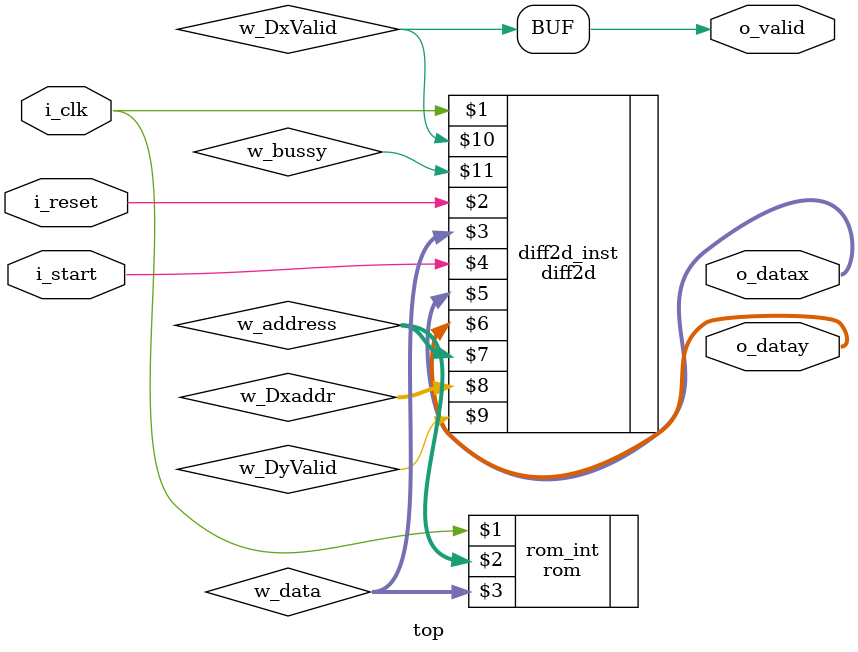
<source format=v>
/* verilator lint_off UNUSED */
module top(i_clk, i_reset, i_start, o_valid, o_datax, o_datay);
  input  wire        i_clk;
  input  wire        i_reset;
  input  wire        i_start;
  output wire        o_valid;
  output wire [31:0] o_datax;
  output wire [31:0] o_datay;
  ///register an wires
  wire signed [31:0] w_data;
  wire signed [11:0] w_address;
  wire signed [11:0] w_Dxaddr;
  wire               w_bussy;
  wire               w_DxValid;
  wire               w_DyValid;

  rom rom_int(i_clk, w_address, w_data);

  diff2d #(.WIDTH(32), .ADD_W(12))
         diff2d_inst(i_clk, i_reset, w_data, i_start, o_datax, o_datay, w_address, w_Dxaddr, w_DyValid, w_DxValid, w_bussy);

  assign o_valid = w_DxValid;

endmodule // top
/* verilator lint_on UNUSED */

</source>
